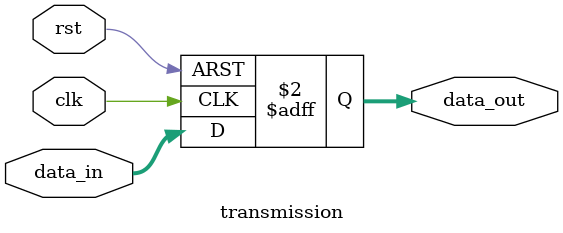
<source format=v>
module transmission (
    input wire clk,
    input wire rst,
    input wire [15:0] data_in,
    output reg [15:0] data_out
);

always @(posedge clk or posedge rst) begin
    if (rst) begin
        data_out <= 16'b0;
    end else begin
        data_out <= data_in;
    end
end

endmodule

</source>
